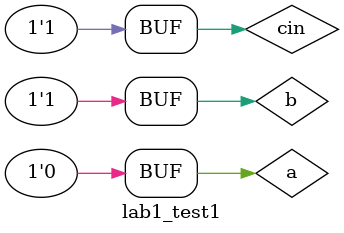
<source format=v>
`timescale 1ns / 1ps


module lab1_test1;

	// Inputs
	reg a;
	reg b;
	reg cin;

	// Outputs
	wire s;
	wire cout;

	// Instantiate the Unit Under Test (UUT)
	full_adder uut (
		.s(s), 
		.cout(cout), 
		.a(a), 
		.b(b), 
		.cin(cin)
	);

	initial begin
		// Initialize Inputs
		a = 0;
		b = 0;
		cin = 0;

		// Wait 100 ns for global reset to finish
		#100;
		// Add stimulus here
      #100 cin=0; a=0; b=0;
		#100 cin=0; a=1; b=0;
		#100 cin=0; a=1; b=1;
		#100 cin=0; a=0; b=1;
		#100 cin=1; a=0; b=0;
		#100 cin=1; a=1; b=0;
		#100 cin=1; a=1; b=1;
		#100 cin=1; a=0; b=1;
	end
      
endmodule


</source>
